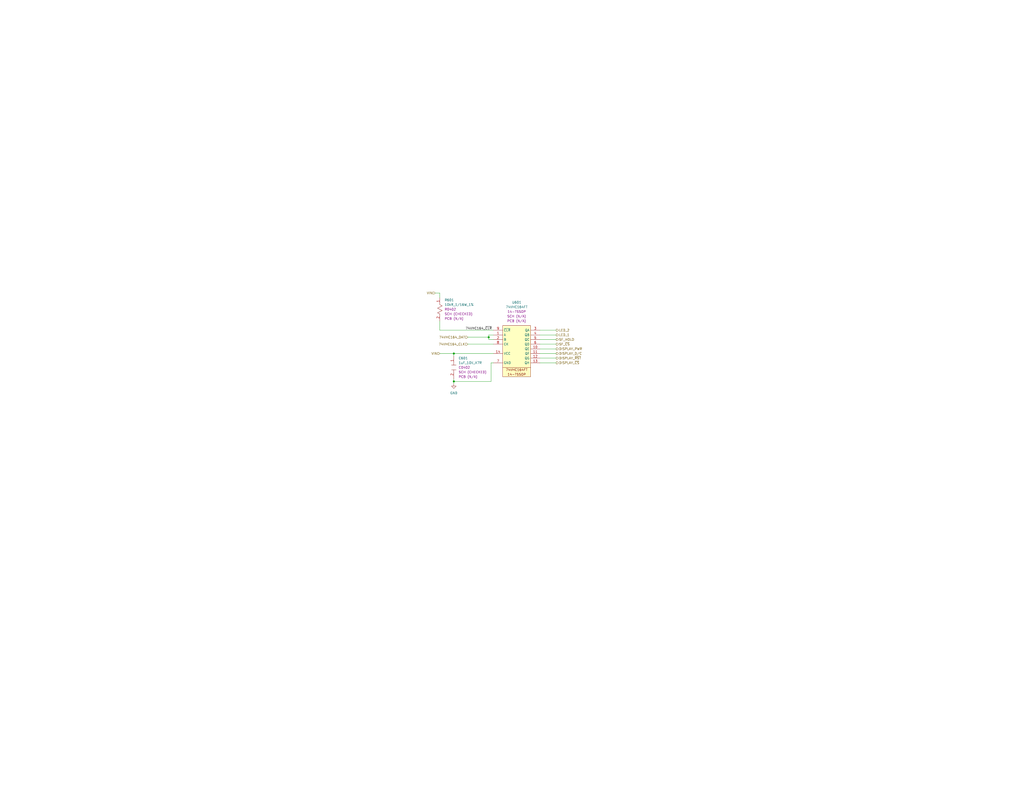
<source format=kicad_sch>
(kicad_sch (version 20230121) (generator eeschema)
  (paper "C")
  (title_block (title "_HW_EPaper") (rev "v1.0") (company "Mend0z0") (comment 1 "v1.0") (comment 2 "CHECKED"))
  (lib_symbols
    (symbol "_SCHLIB_Epaper:CAP_1uF_10V_X7R_C0402"
      (property "Reference" "C" (at 2.54 3.81 0))
      (property "Value" "1uF_10V_X7R" (at 2.54 6.35 0))
      (property "Package" "C0402" (at 2.54 29.21 0))
      (property "SCH CHECK" "SCH (CHECKED)" (at 2.54 31.75 0))
      (property "PCB CHECK" "PCB (N/A)" (at 2.54 34.29 0))
      (symbol "CAP_1uF_10V_X7R_C0402_0_1"
        (polyline (pts (xy 5.08 1.27) (xy 5.08 -1.27)))
        (polyline (pts (xy 7.62 1.27) (xy 7.62 -1.27)))
      )
      (symbol "CAP_1uF_10V_X7R_C0402_1_1"
        (pin passive line (at 0 0 0) (length 5.08) (name "") (number "1"))
        (pin passive line (at 12.7 0 180) (length 5.08) (name "") (number "2"))
      )
    )
    (symbol "_SCHLIB_Epaper:IC_SIPO_74VHC164FT_8bits_2V~5.5V_14-TSSOP"
      (property "Reference" "U" (at 2.54 3.81 0))
      (property "Value" "74VHC164FT" (at 2.54 6.35 0))
      (property "Package" "14-TSSOP" (at 2.54 29.21 0))
      (property "SCH CHECK" "SCH (N/A)" (at 2.54 31.75 0))
      (property "PCB CHECK" "PCB (N/A)" (at 2.54 34.29 0))
      (symbol "IC_SIPO_74VHC164FT_8bits_2V~5.5V_14-TSSOP_0_0"
        (text "14-TSSOP" (at 7.62 -26.67 0) (effects (font (size 1.27 1.27))))
        (text "74VHC164FT" (at 7.62 -24.13 0) (effects (font (size 1.27 1.27))))
      )
      (symbol "IC_SIPO_74VHC164FT_8bits_2V~5.5V_14-TSSOP_1_1"
        (polyline (pts (xy 0 -22.86) (xy 15.24 -22.86)))
        (rectangle (start 0 0) (end 15.24 -27.94) (fill (type background)))
        (pin passive line (at -5.08 -5.08 0) (length 5.08) (name "A") (number "1"))
        (pin passive line (at 20.32 -12.7 180) (length 5.08) (name "QE") (number "10"))
        (pin passive line (at 20.32 -15.24 180) (length 5.08) (name "QF") (number "11"))
        (pin passive line (at 20.32 -17.78 180) (length 5.08) (name "QG") (number "12"))
        (pin passive line (at 20.32 -20.32 180) (length 5.08) (name "QH") (number "13"))
        (pin passive line (at -5.08 -15.24 0) (length 5.08) (name "VCC") (number "14"))
        (pin passive line (at -5.08 -7.62 0) (length 5.08) (name "B") (number "2"))
        (pin passive line (at 20.32 -2.54 180) (length 5.08) (name "QA") (number "3"))
        (pin passive line (at 20.32 -5.08 180) (length 5.08) (name "QB") (number "4"))
        (pin passive line (at 20.32 -7.62 180) (length 5.08) (name "QC") (number "5"))
        (pin passive line (at 20.32 -10.16 180) (length 5.08) (name "QD") (number "6"))
        (pin passive line (at -5.08 -20.32 0) (length 5.08) (name "GND") (number "7"))
        (pin passive line (at -5.08 -10.16 0) (length 5.08) (name "CK") (number "8"))
        (pin passive line (at -5.08 -2.54 0) (length 5.08) (name "~{CLR}") (number "9"))
      )
    )
    (symbol "_SCHLIB_Epaper:RES_10kR_1/16W_1%_R0402"
      (property "Reference" "R" (at 2.54 3.81 0))
      (property "Value" "10kR_1/16W_1%" (at 2.54 6.35 0))
      (property "Package" "R0402" (at 2.54 29.21 0))
      (property "SCH CHECK" "SCH (CHECKED)" (at 2.54 31.75 0))
      (property "PCB CHECK" "PCB (N/A)" (at 2.54 34.29 0))
      (symbol "RES_10kR_1/16W_1%_R0402_0_1"
        (polyline (pts (xy 3.81 0) (xy 4.445 1.27) (xy 5.715 -1.27) (xy 6.985 1.27) (xy 8.255 -1.27) (xy 8.89 0)))
      )
      (symbol "RES_10kR_1/16W_1%_R0402_1_1"
        (pin passive line (at 0 0 0) (length 3.81) (name "") (number "1"))
        (pin passive line (at 12.7 0 180) (length 3.81) (name "") (number "2"))
      )
    )
    (symbol "power:GND" (power) (pin_names (offset 0))
      (property "Value" "GND" (at 0 -3.81 0))
      (symbol "GND_0_1"
        (polyline (pts (xy 0 0) (xy 0 -1.27) (xy 1.27 -1.27) (xy 0 -2.54) (xy -1.27 -1.27) (xy 0 -1.27)))
      )
      (symbol "GND_1_1"
        (pin power_in line (at 0 0 270) (length 0) hide (name "GND") (number "1"))
      )
    )
  )
  (junction (at 247.65 193.04))
  (junction (at 266.7 184.15))
  (junction (at 247.65 208.28))
  (wire (pts (xy 303.53 193.04) (xy 294.64 193.04)))
  (wire (pts (xy 266.7 184.15) (xy 266.7 185.42)))
  (wire (pts (xy 269.24 180.34) (xy 240.03 180.34)))
  (wire (pts (xy 303.53 185.42) (xy 294.64 185.42)))
  (wire (pts (xy 266.7 185.42) (xy 269.24 185.42)))
  (wire (pts (xy 255.27 184.15) (xy 266.7 184.15)))
  (wire (pts (xy 240.03 180.34) (xy 240.03 175.26)))
  (wire (pts (xy 269.24 193.04) (xy 247.65 193.04)))
  (wire (pts (xy 269.24 198.12) (xy 267.97 198.12)))
  (wire (pts (xy 237.49 160.02) (xy 240.03 160.02)))
  (wire (pts (xy 269.24 182.88) (xy 266.7 182.88)))
  (wire (pts (xy 303.53 195.58) (xy 294.64 195.58)))
  (wire (pts (xy 247.65 208.28) (xy 247.65 209.55)))
  (wire (pts (xy 247.65 193.04) (xy 247.65 194.31)))
  (wire (pts (xy 247.65 207.01) (xy 247.65 208.28)))
  (wire (pts (xy 240.03 193.04) (xy 247.65 193.04)))
  (wire (pts (xy 267.97 208.28) (xy 247.65 208.28)))
  (wire (pts (xy 255.27 187.96) (xy 269.24 187.96)))
  (wire (pts (xy 303.53 182.88) (xy 294.64 182.88)))
  (wire (pts (xy 303.53 190.5) (xy 294.64 190.5)))
  (wire (pts (xy 303.53 198.12) (xy 294.64 198.12)))
  (wire (pts (xy 303.53 180.34) (xy 294.64 180.34)))
  (wire (pts (xy 303.53 187.96) (xy 294.64 187.96)))
  (wire (pts (xy 266.7 182.88) (xy 266.7 184.15)))
  (wire (pts (xy 267.97 198.12) (xy 267.97 208.28)))
  (wire (pts (xy 240.03 160.02) (xy 240.03 162.56)))
  (label "74VHC164_~{CLR}" (at 254 180.34 0))
  (hierarchical_label "VIN" (shape input) (at 240.03 193.04 180))
  (hierarchical_label "SF_HOLD" (shape output) (at 303.53 185.42 0))
  (hierarchical_label "74VHC164_CLK" (shape input) (at 255.27 187.96 180))
  (hierarchical_label "DISPLAY_~{CS}" (shape output) (at 303.53 198.12 0))
  (hierarchical_label "LED_1" (shape output) (at 303.53 182.88 0))
  (hierarchical_label "74VHC164_DAT" (shape input) (at 255.27 184.15 180))
  (hierarchical_label "DISPLAY_D{slash}C" (shape output) (at 303.53 193.04 0))
  (hierarchical_label "VIN" (shape input) (at 237.49 160.02 180))
  (hierarchical_label "DISPLAY_PWR" (shape output) (at 303.53 190.5 0))
  (hierarchical_label "DISPLAY_~{RST}" (shape output) (at 303.53 195.58 0))
  (hierarchical_label "SF_~{CS}" (shape output) (at 303.53 187.96 0))
  (hierarchical_label "LED_2" (shape output) (at 303.53 180.34 0))
  (symbol (lib_id "_SCHLIB_Epaper:IC_SIPO_74VHC164FT_8bits_2V~5.5V_14-TSSOP") (at 274.32 177.8 0) (unit 1)
    (property "Reference" "U601" (at 281.94 165.1 0))
    (property "Value" "74VHC164FT" (at 281.94 167.64 0))
    (property "Footprint" "Package_SO:TSSOP-14_4.4x5mm_P0.65mm" (effects hide))
    (property "Datasheet" "https://toshiba.semicon-storage.com/info/74VHC164FT_datasheet_en_20160818.pdf?did=14140&prodName=74VHC164FT" (effects hide))
    (property "Description" "Shift Shift Register 1 Element 8 Bit 14-TSSOP" (effects hide))
    (property "Link" "https://www.digikey.ca/en/products/detail/toshiba-semiconductor-and-storage/74VHC164FT/5019930" (effects hide))
    (property "Package" "14-TSSOP" (at 281.94 170.18 0))
    (property "SCH CHECK" "SCH (N/A)" (at 281.94 172.72 0))
    (property "PCB CHECK" "PCB (N/A)" (at 281.94 175.26 0))
    (property "Part Number (Manufacturer)" "74VHC164FT" (effects hide))
    (property "Manufacturer" "Toshiba Semiconductor and Storage" (effects hide))
    (property "Part Number (Vendor)" "264-74VHC164FTTR-ND" (effects hide))
    (property "Vendor" "Digikey" (effects hide))
  )
  (symbol (lib_id "_SCHLIB_Epaper:CAP_1uF_10V_X7R_C0402") (at 247.65 194.31 270) (unit 1)
    (property "Reference" "C601" (at 250.19 195.58 90) (effects (justify left)))
    (property "Value" "1uF_10V_X7R" (at 250.19 198.12 90) (effects (justify left)))
    (property "Footprint" "Capacitor_SMD:C_0402_1005Metric" (effects hide))
    (property "Datasheet" "https://search.murata.co.jp/Ceramy/image/img/A01X/G101/ENG/GRM155Z71A105KE01-01.pdf" (effects hide))
    (property "Description" "1 µF ±10% 10V Ceramic Capacitor X7R 0402 (1005 Metric)" (effects hide))
    (property "Link" "https://www.digikey.ca/en/products/detail/murata-electronics/GRM155Z71A105KE01D/13905035" (effects hide))
    (property "Package" "C0402" (at 250.19 200.66 90) (effects (justify left)))
    (property "SCH CHECK" "SCH (CHECKED)" (at 250.19 203.2 90) (effects (justify left)))
    (property "PCB CHECK" "PCB (N/A)" (at 250.19 205.74 90) (effects (justify left)))
    (property "Manufacturer" "Murata Electronics" (effects hide))
    (property "Part Number (Manufacturer)" "GRM155Z71A105KE01D" (effects hide))
    (property "Part Number (Vendor)" "490-GRM155Z71A105KE01DTR-ND" (effects hide))
    (property "Vendor" "Digikey" (effects hide))
  )
  (symbol (lib_id "_SCHLIB_Epaper:RES_10kR_1/16W_1%_R0402") (at 240.03 162.56 270) (unit 1)
    (property "Reference" "R601" (at 242.57 163.83 90) (effects (justify left)))
    (property "Value" "10kR_1/16W_1%" (at 242.57 166.37 90) (effects (justify left)))
    (property "Footprint" "Resistor_SMD:R_0402_1005Metric" (effects hide))
    (property "Datasheet" "https://www.bourns.com/docs/product-datasheets/cr.pdf?sfvrsn=574d41f6_14" (effects hide))
    (property "Description" "10 kOhms ±1% 0.063W, 1/16W Chip Resistor 0402 (1005 Metric) Thick Film" (effects hide))
    (property "Link" "https://www.digikey.ca/en/products/detail/bourns-inc/CR0402-FX-1002GLF/3593192" (effects hide))
    (property "Package" "R0402" (at 242.57 168.91 90) (effects (justify left)))
    (property "SCH CHECK" "SCH (CHECKED)" (at 242.57 171.45 90) (effects (justify left)))
    (property "PCB CHECK" "PCB (N/A)" (at 242.57 173.99 90) (effects (justify left)))
    (property "Part Number (Manufacturer)" "CR0402-FX-1002GLF" (effects hide))
    (property "Manufacturer" "Bourns Inc." (effects hide))
    (property "Part Number (Vendor)" "CR0402-FX-1002GLFTR-ND" (effects hide))
    (property "Vendor" "Digikey" (effects hide))
  )
  (symbol (lib_id "power:GND") (at 247.65 209.55 0) (unit 1)
    (property "Reference" "#PWR0601" (effects hide))
    (property "Value" "GND" (at 247.65 214.63 0))
  )
)
</source>
